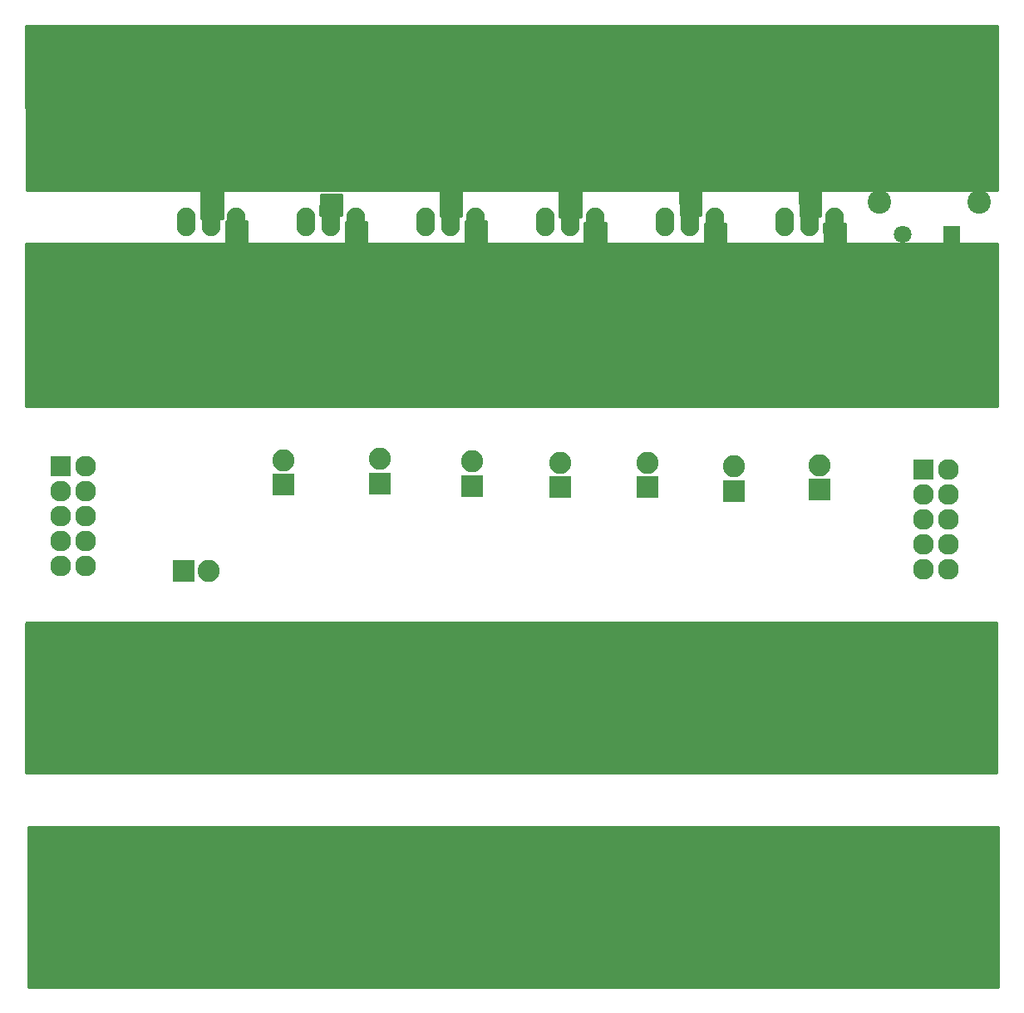
<source format=gbs>
G04 #@! TF.FileFunction,Soldermask,Bot*
%FSLAX46Y46*%
G04 Gerber Fmt 4.6, Leading zero omitted, Abs format (unit mm)*
G04 Created by KiCad (PCBNEW 4.0.7-e1-6374~58~ubuntu14.04.1) date Wed Aug  9 00:51:57 2017*
%MOMM*%
%LPD*%
G01*
G04 APERTURE LIST*
%ADD10C,0.100000*%
%ADD11R,2.127200X2.127200*%
%ADD12O,2.127200X2.127200*%
%ADD13O,1.901140X2.899360*%
%ADD14R,2.250000X2.250000*%
%ADD15C,2.250000*%
%ADD16R,1.800000X1.800000*%
%ADD17C,1.800000*%
%ADD18C,2.398980*%
%ADD19R,2.400000X2.400000*%
%ADD20C,2.400000*%
%ADD21C,0.254000*%
G04 APERTURE END LIST*
D10*
D11*
X37211000Y-82550000D03*
D12*
X39751000Y-82550000D03*
X37211000Y-85090000D03*
X39751000Y-85090000D03*
X37211000Y-87630000D03*
X39751000Y-87630000D03*
X37211000Y-90170000D03*
X39751000Y-90170000D03*
X37211000Y-92710000D03*
X39751000Y-92710000D03*
D13*
X52578000Y-57658000D03*
X50038000Y-57658000D03*
X55118000Y-57658000D03*
X64770000Y-57658000D03*
X62230000Y-57658000D03*
X67310000Y-57658000D03*
X76962000Y-57658000D03*
X74422000Y-57658000D03*
X79502000Y-57658000D03*
X89154000Y-57658000D03*
X86614000Y-57658000D03*
X91694000Y-57658000D03*
X101346000Y-57658000D03*
X98806000Y-57658000D03*
X103886000Y-57658000D03*
X113538000Y-57658000D03*
X110998000Y-57658000D03*
X116078000Y-57658000D03*
D14*
X114554000Y-84963000D03*
D15*
X114554000Y-82463000D03*
D14*
X59944000Y-84455000D03*
D15*
X59944000Y-81955000D03*
D14*
X69723000Y-84328000D03*
D15*
X69723000Y-81828000D03*
D14*
X79121000Y-84582000D03*
D15*
X79121000Y-82082000D03*
D14*
X88138000Y-84709000D03*
D15*
X88138000Y-82209000D03*
D14*
X97028000Y-84709000D03*
D15*
X97028000Y-82209000D03*
D14*
X105791000Y-85090000D03*
D15*
X105791000Y-82590000D03*
D14*
X49784000Y-93218000D03*
D15*
X52284000Y-93218000D03*
D11*
X125095000Y-82931000D03*
D12*
X127635000Y-82931000D03*
X125095000Y-85471000D03*
X127635000Y-85471000D03*
X125095000Y-88011000D03*
X127635000Y-88011000D03*
X125095000Y-90551000D03*
X127635000Y-90551000D03*
X125095000Y-93091000D03*
X127635000Y-93091000D03*
D16*
X128016000Y-58928000D03*
D17*
X123016000Y-58928000D03*
D18*
X130810000Y-55626000D03*
X120650000Y-55626000D03*
D19*
X64897000Y-121539000D03*
D20*
X64897000Y-111539000D03*
D19*
X104394000Y-121920000D03*
D20*
X104394000Y-111920000D03*
D21*
G36*
X132537200Y-113868200D02*
X33655000Y-113868200D01*
X33655000Y-98546197D01*
X33723589Y-98526600D01*
X132537200Y-98526600D01*
X132537200Y-113868200D01*
X132537200Y-113868200D01*
G37*
X132537200Y-113868200D02*
X33655000Y-113868200D01*
X33655000Y-98546197D01*
X33723589Y-98526600D01*
X132537200Y-98526600D01*
X132537200Y-113868200D01*
G36*
X132765800Y-135712200D02*
X33883600Y-135712200D01*
X33883600Y-119329200D01*
X132765800Y-119329200D01*
X132765800Y-135712200D01*
X132765800Y-135712200D01*
G37*
X132765800Y-135712200D02*
X33883600Y-135712200D01*
X33883600Y-119329200D01*
X132765800Y-119329200D01*
X132765800Y-135712200D01*
G36*
X132664200Y-54483000D02*
X114757200Y-54483000D01*
X114707790Y-54493006D01*
X114666165Y-54521447D01*
X114638885Y-54563841D01*
X114630200Y-54610000D01*
X114630200Y-57099200D01*
X112568437Y-57099200D01*
X112481246Y-54605562D01*
X112469520Y-54556532D01*
X112439642Y-54515927D01*
X112396321Y-54490145D01*
X112354324Y-54483000D01*
X102565200Y-54483000D01*
X102515790Y-54493006D01*
X102474165Y-54521447D01*
X102446885Y-54563841D01*
X102438200Y-54610000D01*
X102438200Y-57023000D01*
X100352918Y-57023000D01*
X100305243Y-54607494D01*
X100294264Y-54558291D01*
X100265008Y-54517236D01*
X100222083Y-54490798D01*
X100178268Y-54483000D01*
X90373200Y-54483000D01*
X90323790Y-54493006D01*
X90282165Y-54521447D01*
X90254885Y-54563841D01*
X90246200Y-54610000D01*
X90246200Y-57226200D01*
X88061800Y-57226200D01*
X88061800Y-54610000D01*
X88051794Y-54560590D01*
X88023353Y-54518965D01*
X87980959Y-54491685D01*
X87934800Y-54483000D01*
X78132423Y-54483000D01*
X78083013Y-54493006D01*
X78041388Y-54521447D01*
X78014108Y-54563841D01*
X78005428Y-54611124D01*
X78027671Y-57124600D01*
X75895200Y-57124600D01*
X75895200Y-54610000D01*
X75885194Y-54560590D01*
X75856753Y-54518965D01*
X75814359Y-54491685D01*
X75768200Y-54483000D01*
X53822600Y-54483000D01*
X53773190Y-54493006D01*
X53731565Y-54521447D01*
X53704285Y-54563841D01*
X53695600Y-54610000D01*
X53695600Y-57353200D01*
X51511200Y-57353200D01*
X51511200Y-54610000D01*
X51501194Y-54560590D01*
X51472753Y-54518965D01*
X51430359Y-54491685D01*
X51384200Y-54483000D01*
X33756222Y-54483000D01*
X33706179Y-37693600D01*
X132664200Y-37693600D01*
X132664200Y-54483000D01*
X132664200Y-54483000D01*
G37*
X132664200Y-54483000D02*
X114757200Y-54483000D01*
X114707790Y-54493006D01*
X114666165Y-54521447D01*
X114638885Y-54563841D01*
X114630200Y-54610000D01*
X114630200Y-57099200D01*
X112568437Y-57099200D01*
X112481246Y-54605562D01*
X112469520Y-54556532D01*
X112439642Y-54515927D01*
X112396321Y-54490145D01*
X112354324Y-54483000D01*
X102565200Y-54483000D01*
X102515790Y-54493006D01*
X102474165Y-54521447D01*
X102446885Y-54563841D01*
X102438200Y-54610000D01*
X102438200Y-57023000D01*
X100352918Y-57023000D01*
X100305243Y-54607494D01*
X100294264Y-54558291D01*
X100265008Y-54517236D01*
X100222083Y-54490798D01*
X100178268Y-54483000D01*
X90373200Y-54483000D01*
X90323790Y-54493006D01*
X90282165Y-54521447D01*
X90254885Y-54563841D01*
X90246200Y-54610000D01*
X90246200Y-57226200D01*
X88061800Y-57226200D01*
X88061800Y-54610000D01*
X88051794Y-54560590D01*
X88023353Y-54518965D01*
X87980959Y-54491685D01*
X87934800Y-54483000D01*
X78132423Y-54483000D01*
X78083013Y-54493006D01*
X78041388Y-54521447D01*
X78014108Y-54563841D01*
X78005428Y-54611124D01*
X78027671Y-57124600D01*
X75895200Y-57124600D01*
X75895200Y-54610000D01*
X75885194Y-54560590D01*
X75856753Y-54518965D01*
X75814359Y-54491685D01*
X75768200Y-54483000D01*
X53822600Y-54483000D01*
X53773190Y-54493006D01*
X53731565Y-54521447D01*
X53704285Y-54563841D01*
X53695600Y-54610000D01*
X53695600Y-57353200D01*
X51511200Y-57353200D01*
X51511200Y-54610000D01*
X51501194Y-54560590D01*
X51472753Y-54518965D01*
X51430359Y-54491685D01*
X51384200Y-54483000D01*
X33756222Y-54483000D01*
X33706179Y-37693600D01*
X132664200Y-37693600D01*
X132664200Y-54483000D01*
G36*
X56184800Y-59791600D02*
X56194806Y-59841010D01*
X56223247Y-59882635D01*
X56265641Y-59909915D01*
X56311800Y-59918600D01*
X66120108Y-59918600D01*
X66169518Y-59908594D01*
X66211143Y-59880153D01*
X66238423Y-59837759D01*
X66247102Y-59792821D01*
X66267385Y-57683400D01*
X68351400Y-57683400D01*
X68351400Y-59791600D01*
X68361406Y-59841010D01*
X68389847Y-59882635D01*
X68432241Y-59909915D01*
X68478400Y-59918600D01*
X78311829Y-59918600D01*
X78361239Y-59908594D01*
X78402864Y-59880153D01*
X78430144Y-59837759D01*
X78438823Y-59792809D01*
X78459396Y-57632600D01*
X80594200Y-57632600D01*
X80594200Y-59791600D01*
X80604206Y-59841010D01*
X80632647Y-59882635D01*
X80675041Y-59909915D01*
X80721200Y-59918600D01*
X90465743Y-59918600D01*
X90515153Y-59908594D01*
X90556778Y-59880153D01*
X90584058Y-59837759D01*
X90592739Y-59790616D01*
X90577388Y-57810400D01*
X92760800Y-57810400D01*
X92760800Y-59791600D01*
X92770806Y-59841010D01*
X92799247Y-59882635D01*
X92841641Y-59909915D01*
X92887800Y-59918600D01*
X102673930Y-59918600D01*
X102723340Y-59908594D01*
X102764965Y-59880153D01*
X102792245Y-59837759D01*
X102800925Y-59792714D01*
X102818091Y-57835800D01*
X104952800Y-57835800D01*
X104952800Y-59791600D01*
X104962806Y-59841010D01*
X104991247Y-59882635D01*
X105033641Y-59909915D01*
X105079800Y-59918600D01*
X114873964Y-59918600D01*
X114923374Y-59908594D01*
X114964999Y-59880153D01*
X114992279Y-59837759D01*
X115000960Y-59790652D01*
X114986751Y-57886600D01*
X117119400Y-57886600D01*
X117119400Y-59791600D01*
X117129406Y-59841010D01*
X117157847Y-59882635D01*
X117200241Y-59909915D01*
X117246400Y-59918600D01*
X132613400Y-59918600D01*
X132613400Y-76479400D01*
X33705800Y-76479400D01*
X33705800Y-59918600D01*
X53975000Y-59918600D01*
X54024410Y-59908594D01*
X54066035Y-59880153D01*
X54093315Y-59837759D01*
X54102000Y-59791600D01*
X54102000Y-57785000D01*
X54101478Y-57773502D01*
X54088669Y-57632600D01*
X56184800Y-57632600D01*
X56184800Y-59791600D01*
X56184800Y-59791600D01*
G37*
X56184800Y-59791600D02*
X56194806Y-59841010D01*
X56223247Y-59882635D01*
X56265641Y-59909915D01*
X56311800Y-59918600D01*
X66120108Y-59918600D01*
X66169518Y-59908594D01*
X66211143Y-59880153D01*
X66238423Y-59837759D01*
X66247102Y-59792821D01*
X66267385Y-57683400D01*
X68351400Y-57683400D01*
X68351400Y-59791600D01*
X68361406Y-59841010D01*
X68389847Y-59882635D01*
X68432241Y-59909915D01*
X68478400Y-59918600D01*
X78311829Y-59918600D01*
X78361239Y-59908594D01*
X78402864Y-59880153D01*
X78430144Y-59837759D01*
X78438823Y-59792809D01*
X78459396Y-57632600D01*
X80594200Y-57632600D01*
X80594200Y-59791600D01*
X80604206Y-59841010D01*
X80632647Y-59882635D01*
X80675041Y-59909915D01*
X80721200Y-59918600D01*
X90465743Y-59918600D01*
X90515153Y-59908594D01*
X90556778Y-59880153D01*
X90584058Y-59837759D01*
X90592739Y-59790616D01*
X90577388Y-57810400D01*
X92760800Y-57810400D01*
X92760800Y-59791600D01*
X92770806Y-59841010D01*
X92799247Y-59882635D01*
X92841641Y-59909915D01*
X92887800Y-59918600D01*
X102673930Y-59918600D01*
X102723340Y-59908594D01*
X102764965Y-59880153D01*
X102792245Y-59837759D01*
X102800925Y-59792714D01*
X102818091Y-57835800D01*
X104952800Y-57835800D01*
X104952800Y-59791600D01*
X104962806Y-59841010D01*
X104991247Y-59882635D01*
X105033641Y-59909915D01*
X105079800Y-59918600D01*
X114873964Y-59918600D01*
X114923374Y-59908594D01*
X114964999Y-59880153D01*
X114992279Y-59837759D01*
X115000960Y-59790652D01*
X114986751Y-57886600D01*
X117119400Y-57886600D01*
X117119400Y-59791600D01*
X117129406Y-59841010D01*
X117157847Y-59882635D01*
X117200241Y-59909915D01*
X117246400Y-59918600D01*
X132613400Y-59918600D01*
X132613400Y-76479400D01*
X33705800Y-76479400D01*
X33705800Y-59918600D01*
X53975000Y-59918600D01*
X54024410Y-59908594D01*
X54066035Y-59880153D01*
X54093315Y-59837759D01*
X54102000Y-59791600D01*
X54102000Y-57785000D01*
X54101478Y-57773502D01*
X54088669Y-57632600D01*
X56184800Y-57632600D01*
X56184800Y-59791600D01*
G36*
X65862200Y-56997600D02*
X63679173Y-56997600D01*
X63701842Y-54889400D01*
X65862200Y-54889400D01*
X65862200Y-56997600D01*
X65862200Y-56997600D01*
G37*
X65862200Y-56997600D02*
X63679173Y-56997600D01*
X63701842Y-54889400D01*
X65862200Y-54889400D01*
X65862200Y-56997600D01*
M02*

</source>
